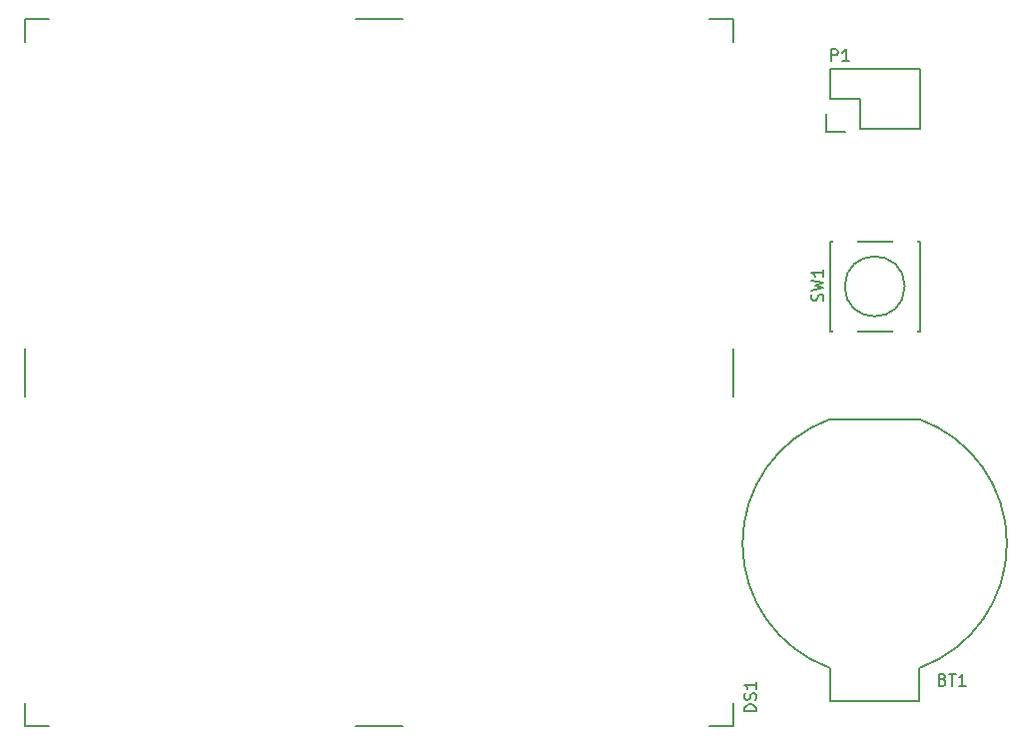
<source format=gbr>
G04 #@! TF.FileFunction,Legend,Top*
%FSLAX46Y46*%
G04 Gerber Fmt 4.6, Leading zero omitted, Abs format (unit mm)*
G04 Created by KiCad (PCBNEW 4.0.2+dfsg1-stable) date Thu 23 Jun 2016 09:12:49 CEST*
%MOMM*%
G01*
G04 APERTURE LIST*
%ADD10C,0.100000*%
%ADD11C,0.150000*%
%ADD12C,2.000000*%
%ADD13C,2.900000*%
%ADD14R,2.127200X2.127200*%
%ADD15O,2.127200X2.127200*%
%ADD16O,1.900000X2.900000*%
G04 APERTURE END LIST*
D10*
D11*
X228540000Y-95700000D02*
G75*
G03X228540000Y-95700000I-2540000J0D01*
G01*
X222190000Y-99510000D02*
X222190000Y-91890000D01*
X222190000Y-91890000D02*
X229810000Y-91890000D01*
X229810000Y-91890000D02*
X229810000Y-99510000D01*
X222190000Y-99510000D02*
X229810000Y-99510000D01*
X229827279Y-128030126D02*
G75*
G03X229800000Y-106960000I-3827279J10530126D01*
G01*
X222200000Y-130820000D02*
X222200000Y-128040000D01*
X229800000Y-130820000D02*
X222200000Y-130820000D01*
X229800000Y-128040000D02*
X229800000Y-130820000D01*
X222200000Y-106960000D02*
X229800000Y-106960000D01*
X222172721Y-106969874D02*
G75*
G03X222200000Y-128040000I3827279J-10530126D01*
G01*
X224730000Y-82310000D02*
X229810000Y-82310000D01*
X221910000Y-82590000D02*
X221910000Y-81040000D01*
X222190000Y-79770000D02*
X224730000Y-79770000D01*
X224730000Y-79770000D02*
X224730000Y-82310000D01*
X229810000Y-82310000D02*
X229810000Y-77230000D01*
X229810000Y-77230000D02*
X224730000Y-77230000D01*
X221910000Y-82590000D02*
X223460000Y-82590000D01*
X222190000Y-77230000D02*
X222190000Y-79770000D01*
X224730000Y-77230000D02*
X222190000Y-77230000D01*
X154010000Y-105000000D02*
X154010000Y-101000000D01*
X182010000Y-133000000D02*
X186010000Y-133000000D01*
X214010000Y-105000000D02*
X214010000Y-101000000D01*
X182010000Y-73000000D02*
X186010000Y-73000000D01*
X214010000Y-133000000D02*
X214010000Y-131000000D01*
X212010000Y-133000000D02*
X214010000Y-133000000D01*
X154010000Y-133000000D02*
X156010000Y-133000000D01*
X154010000Y-131000000D02*
X154010000Y-133000000D01*
X154010000Y-73000000D02*
X156010000Y-73000000D01*
X154010000Y-75000000D02*
X154010000Y-73000000D01*
X214010000Y-73000000D02*
X214010000Y-75000000D01*
X212010000Y-73000000D02*
X214010000Y-73000000D01*
X221604762Y-96933333D02*
X221652381Y-96790476D01*
X221652381Y-96552380D01*
X221604762Y-96457142D01*
X221557143Y-96409523D01*
X221461905Y-96361904D01*
X221366667Y-96361904D01*
X221271429Y-96409523D01*
X221223810Y-96457142D01*
X221176190Y-96552380D01*
X221128571Y-96742857D01*
X221080952Y-96838095D01*
X221033333Y-96885714D01*
X220938095Y-96933333D01*
X220842857Y-96933333D01*
X220747619Y-96885714D01*
X220700000Y-96838095D01*
X220652381Y-96742857D01*
X220652381Y-96504761D01*
X220700000Y-96361904D01*
X220652381Y-96028571D02*
X221652381Y-95790476D01*
X220938095Y-95599999D01*
X221652381Y-95409523D01*
X220652381Y-95171428D01*
X221652381Y-94266666D02*
X221652381Y-94838095D01*
X221652381Y-94552381D02*
X220652381Y-94552381D01*
X220795238Y-94647619D01*
X220890476Y-94742857D01*
X220938095Y-94838095D01*
X231764286Y-129028571D02*
X231907143Y-129076190D01*
X231954762Y-129123810D01*
X232002381Y-129219048D01*
X232002381Y-129361905D01*
X231954762Y-129457143D01*
X231907143Y-129504762D01*
X231811905Y-129552381D01*
X231430952Y-129552381D01*
X231430952Y-128552381D01*
X231764286Y-128552381D01*
X231859524Y-128600000D01*
X231907143Y-128647619D01*
X231954762Y-128742857D01*
X231954762Y-128838095D01*
X231907143Y-128933333D01*
X231859524Y-128980952D01*
X231764286Y-129028571D01*
X231430952Y-129028571D01*
X232288095Y-128552381D02*
X232859524Y-128552381D01*
X232573809Y-129552381D02*
X232573809Y-128552381D01*
X233716667Y-129552381D02*
X233145238Y-129552381D01*
X233430952Y-129552381D02*
X233430952Y-128552381D01*
X233335714Y-128695238D01*
X233240476Y-128790476D01*
X233145238Y-128838095D01*
X222301905Y-76592381D02*
X222301905Y-75592381D01*
X222682858Y-75592381D01*
X222778096Y-75640000D01*
X222825715Y-75687619D01*
X222873334Y-75782857D01*
X222873334Y-75925714D01*
X222825715Y-76020952D01*
X222778096Y-76068571D01*
X222682858Y-76116190D01*
X222301905Y-76116190D01*
X223825715Y-76592381D02*
X223254286Y-76592381D01*
X223540000Y-76592381D02*
X223540000Y-75592381D01*
X223444762Y-75735238D01*
X223349524Y-75830476D01*
X223254286Y-75878095D01*
X215952381Y-131714286D02*
X214952381Y-131714286D01*
X214952381Y-131476191D01*
X215000000Y-131333333D01*
X215095238Y-131238095D01*
X215190476Y-131190476D01*
X215380952Y-131142857D01*
X215523810Y-131142857D01*
X215714286Y-131190476D01*
X215809524Y-131238095D01*
X215904762Y-131333333D01*
X215952381Y-131476191D01*
X215952381Y-131714286D01*
X215904762Y-130761905D02*
X215952381Y-130619048D01*
X215952381Y-130380952D01*
X215904762Y-130285714D01*
X215857143Y-130238095D01*
X215761905Y-130190476D01*
X215666667Y-130190476D01*
X215571429Y-130238095D01*
X215523810Y-130285714D01*
X215476190Y-130380952D01*
X215428571Y-130571429D01*
X215380952Y-130666667D01*
X215333333Y-130714286D01*
X215238095Y-130761905D01*
X215142857Y-130761905D01*
X215047619Y-130714286D01*
X215000000Y-130666667D01*
X214952381Y-130571429D01*
X214952381Y-130333333D01*
X215000000Y-130190476D01*
X215952381Y-129238095D02*
X215952381Y-129809524D01*
X215952381Y-129523810D02*
X214952381Y-129523810D01*
X215095238Y-129619048D01*
X215190476Y-129714286D01*
X215238095Y-129809524D01*
%LPC*%
D12*
X223460000Y-91890000D03*
X228540000Y-91890000D03*
X223460000Y-99510000D03*
X228540000Y-99510000D03*
D13*
X226000000Y-129350000D03*
X226000000Y-109350000D03*
D14*
X223460000Y-81040000D03*
D15*
X223460000Y-78500000D03*
X226000000Y-81040000D03*
X226000000Y-78500000D03*
X228540000Y-81040000D03*
X228540000Y-78500000D03*
D16*
X170040000Y-125900000D03*
X172580000Y-125900000D03*
X175120000Y-125900000D03*
X177660000Y-125900000D03*
X180200000Y-125900000D03*
X182740000Y-125900000D03*
X185280000Y-125900000D03*
X187820000Y-125900000D03*
X190360000Y-125900000D03*
X192900000Y-125900000D03*
X195440000Y-125900000D03*
X197980000Y-125900000D03*
X170040000Y-80100000D03*
X172580000Y-80100000D03*
X175120000Y-80100000D03*
X177660000Y-80100000D03*
X180200000Y-80100000D03*
X182740000Y-80100000D03*
X185280000Y-80100000D03*
X187820000Y-80100000D03*
X190360000Y-80100000D03*
X192900000Y-80100000D03*
X195440000Y-80100000D03*
X197980000Y-80100000D03*
M02*

</source>
